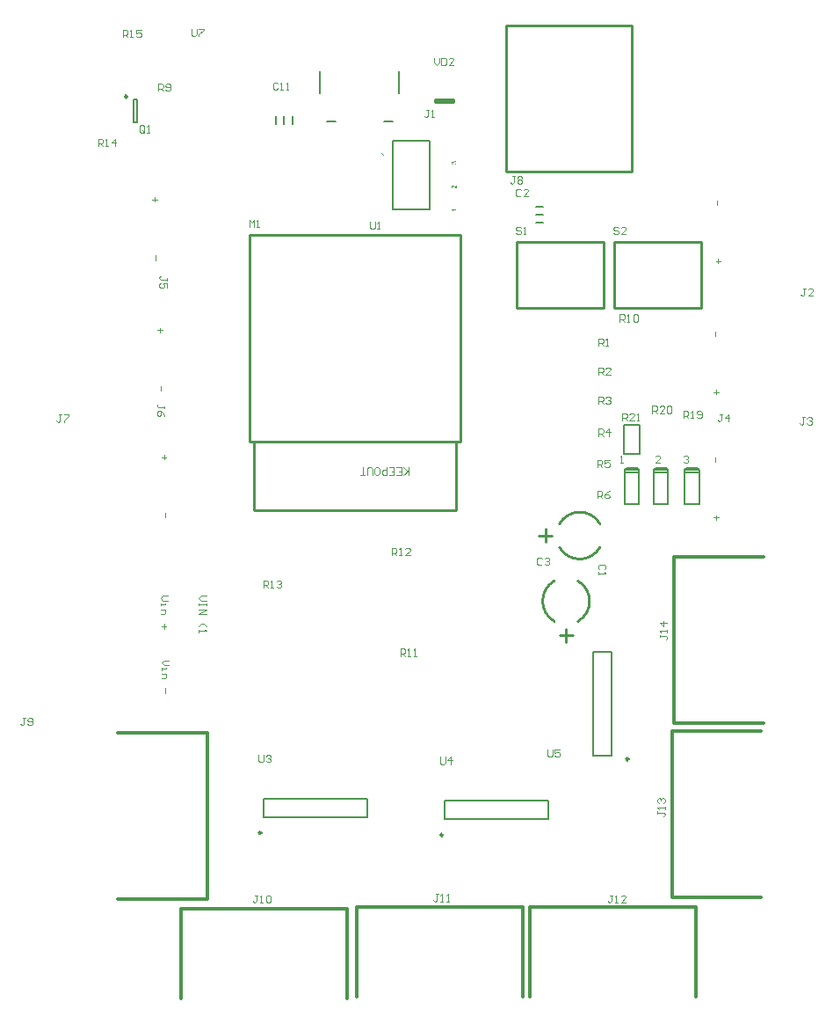
<source format=gto>
G04 Layer_Color=15132400*
%FSLAX24Y24*%
%MOIN*%
G70*
G01*
G75*
%ADD29C,0.0098*%
%ADD31C,0.0100*%
%ADD61C,0.0079*%
%ADD62C,0.0050*%
%ADD63C,0.0080*%
%ADD64C,0.0118*%
%ADD65C,0.0039*%
G36*
X25361Y42109D02*
X25223D01*
X25224Y42109D01*
X25225Y42108D01*
X25226Y42106D01*
X25228Y42104D01*
X25230Y42101D01*
X25233Y42097D01*
X25236Y42093D01*
X25239Y42089D01*
Y42088D01*
X25239Y42088D01*
X25240Y42087D01*
X25241Y42084D01*
X25243Y42081D01*
X25244Y42077D01*
X25246Y42074D01*
X25248Y42070D01*
X25249Y42066D01*
X25229D01*
Y42066D01*
X25228Y42067D01*
X25228Y42068D01*
X25227Y42069D01*
X25226Y42070D01*
X25225Y42072D01*
X25223Y42077D01*
X25220Y42082D01*
X25216Y42087D01*
X25212Y42092D01*
X25208Y42098D01*
X25208Y42098D01*
X25207Y42098D01*
X25207Y42099D01*
X25206Y42100D01*
X25203Y42102D01*
X25200Y42105D01*
X25197Y42108D01*
X25193Y42112D01*
X25189Y42114D01*
X25184Y42117D01*
Y42131D01*
X25361D01*
Y42109D01*
D02*
G37*
G36*
X25365Y42917D02*
X25362D01*
X25360Y42918D01*
X25358Y42918D01*
X25355Y42918D01*
X25353Y42919D01*
X25350Y42920D01*
X25350D01*
X25350Y42920D01*
X25348Y42921D01*
X25346Y42922D01*
X25343Y42923D01*
X25339Y42925D01*
X25335Y42928D01*
X25331Y42931D01*
X25327Y42934D01*
X25326D01*
X25326Y42935D01*
X25325Y42936D01*
X25322Y42938D01*
X25319Y42942D01*
X25315Y42945D01*
X25311Y42950D01*
X25305Y42956D01*
X25300Y42962D01*
X25300Y42963D01*
X25299Y42964D01*
X25298Y42965D01*
X25296Y42967D01*
X25294Y42969D01*
X25292Y42972D01*
X25289Y42975D01*
X25287Y42978D01*
X25280Y42985D01*
X25274Y42991D01*
X25271Y42994D01*
X25268Y42997D01*
X25265Y42999D01*
X25263Y43001D01*
X25262D01*
X25262Y43002D01*
X25261Y43003D01*
X25260Y43003D01*
X25258Y43005D01*
X25254Y43007D01*
X25250Y43009D01*
X25246Y43010D01*
X25241Y43011D01*
X25236Y43012D01*
X25236D01*
X25234Y43012D01*
X25232Y43011D01*
X25229Y43011D01*
X25225Y43010D01*
X25222Y43008D01*
X25218Y43006D01*
X25215Y43003D01*
X25214Y43002D01*
X25213Y43001D01*
X25212Y42999D01*
X25210Y42996D01*
X25209Y42993D01*
X25207Y42988D01*
X25206Y42984D01*
X25206Y42978D01*
Y42978D01*
Y42978D01*
Y42977D01*
X25206Y42976D01*
X25206Y42973D01*
X25207Y42969D01*
X25208Y42965D01*
X25210Y42961D01*
X25212Y42957D01*
X25215Y42953D01*
X25216Y42953D01*
X25217Y42952D01*
X25219Y42950D01*
X25222Y42948D01*
X25226Y42947D01*
X25230Y42945D01*
X25235Y42944D01*
X25241Y42944D01*
X25239Y42921D01*
X25239D01*
X25238Y42922D01*
X25237D01*
X25235Y42922D01*
X25233Y42922D01*
X25230Y42923D01*
X25228Y42924D01*
X25225Y42924D01*
X25219Y42927D01*
X25213Y42930D01*
X25210Y42931D01*
X25207Y42934D01*
X25204Y42936D01*
X25201Y42939D01*
X25201Y42939D01*
X25201Y42939D01*
X25200Y42940D01*
X25199Y42941D01*
X25198Y42943D01*
X25197Y42945D01*
X25196Y42947D01*
X25195Y42949D01*
X25193Y42952D01*
X25192Y42955D01*
X25191Y42958D01*
X25190Y42962D01*
X25189Y42966D01*
X25188Y42970D01*
X25188Y42974D01*
X25188Y42979D01*
Y42979D01*
Y42980D01*
Y42981D01*
X25188Y42983D01*
X25188Y42985D01*
X25189Y42988D01*
X25189Y42991D01*
X25190Y42993D01*
X25191Y43000D01*
X25194Y43007D01*
X25196Y43010D01*
X25197Y43013D01*
X25200Y43016D01*
X25202Y43019D01*
X25202Y43019D01*
X25203Y43020D01*
X25204Y43020D01*
X25205Y43021D01*
X25206Y43023D01*
X25208Y43024D01*
X25210Y43025D01*
X25212Y43027D01*
X25217Y43029D01*
X25223Y43032D01*
X25226Y43033D01*
X25229Y43033D01*
X25233Y43034D01*
X25237Y43034D01*
X25239D01*
X25241Y43034D01*
X25243Y43034D01*
X25247Y43033D01*
X25250Y43032D01*
X25254Y43031D01*
X25258Y43030D01*
X25258Y43029D01*
X25260Y43029D01*
X25262Y43028D01*
X25264Y43026D01*
X25267Y43024D01*
X25271Y43022D01*
X25275Y43019D01*
X25279Y43015D01*
X25280Y43014D01*
X25281Y43013D01*
X25283Y43012D01*
X25284Y43011D01*
X25286Y43009D01*
X25288Y43007D01*
X25290Y43005D01*
X25292Y43003D01*
X25294Y43000D01*
X25297Y42997D01*
X25300Y42994D01*
X25303Y42990D01*
X25307Y42986D01*
X25310Y42982D01*
X25311Y42982D01*
X25311Y42981D01*
X25312Y42980D01*
X25313Y42979D01*
X25314Y42977D01*
X25316Y42975D01*
X25319Y42971D01*
X25323Y42967D01*
X25327Y42963D01*
X25330Y42959D01*
X25331Y42958D01*
X25333Y42957D01*
X25333Y42956D01*
X25334Y42956D01*
X25335Y42955D01*
X25336Y42953D01*
X25338Y42952D01*
X25340Y42950D01*
X25344Y42947D01*
Y43034D01*
X25365D01*
Y42917D01*
D02*
G37*
G36*
X22619Y44274D02*
X22661D01*
Y44252D01*
X22619D01*
Y44175D01*
X22599D01*
X22485Y44256D01*
Y44274D01*
X22599D01*
Y44298D01*
X22619D01*
Y44274D01*
D02*
G37*
G36*
X25313Y43950D02*
X25315Y43950D01*
X25318Y43950D01*
X25320Y43949D01*
X25323Y43949D01*
X25329Y43947D01*
X25332Y43945D01*
X25335Y43944D01*
X25339Y43942D01*
X25342Y43939D01*
X25345Y43937D01*
X25348Y43934D01*
X25349Y43933D01*
X25349Y43933D01*
X25350Y43932D01*
X25351Y43931D01*
X25352Y43929D01*
X25354Y43927D01*
X25355Y43925D01*
X25356Y43922D01*
X25358Y43919D01*
X25359Y43916D01*
X25361Y43912D01*
X25362Y43909D01*
X25363Y43905D01*
X25364Y43900D01*
X25364Y43896D01*
X25364Y43891D01*
Y43891D01*
Y43890D01*
Y43889D01*
X25364Y43887D01*
X25364Y43885D01*
X25364Y43883D01*
X25363Y43880D01*
X25363Y43878D01*
X25361Y43871D01*
X25359Y43865D01*
X25357Y43862D01*
X25355Y43859D01*
X25353Y43856D01*
X25351Y43853D01*
X25350Y43852D01*
X25350Y43852D01*
X25349Y43851D01*
X25348Y43850D01*
X25347Y43849D01*
X25345Y43848D01*
X25343Y43846D01*
X25341Y43845D01*
X25338Y43843D01*
X25336Y43842D01*
X25330Y43839D01*
X25323Y43836D01*
X25319Y43836D01*
X25315Y43835D01*
X25312Y43857D01*
X25312D01*
X25313Y43857D01*
X25314Y43857D01*
X25315Y43858D01*
X25317Y43858D01*
X25318Y43858D01*
X25322Y43860D01*
X25327Y43861D01*
X25331Y43864D01*
X25335Y43866D01*
X25339Y43869D01*
X25339Y43870D01*
X25340Y43871D01*
X25341Y43873D01*
X25343Y43875D01*
X25344Y43879D01*
X25345Y43882D01*
X25346Y43887D01*
X25347Y43891D01*
Y43892D01*
Y43892D01*
Y43893D01*
X25346Y43894D01*
X25346Y43897D01*
X25345Y43900D01*
X25344Y43904D01*
X25342Y43909D01*
X25340Y43913D01*
X25336Y43917D01*
X25336Y43918D01*
X25334Y43919D01*
X25332Y43920D01*
X25329Y43922D01*
X25325Y43924D01*
X25321Y43926D01*
X25316Y43927D01*
X25310Y43928D01*
X25308D01*
X25307Y43928D01*
X25305Y43927D01*
X25301Y43926D01*
X25297Y43925D01*
X25293Y43924D01*
X25289Y43921D01*
X25285Y43918D01*
X25285Y43917D01*
X25284Y43916D01*
X25282Y43914D01*
X25280Y43911D01*
X25279Y43908D01*
X25277Y43903D01*
X25276Y43898D01*
X25275Y43893D01*
Y43893D01*
Y43892D01*
Y43891D01*
X25276Y43889D01*
X25276Y43887D01*
X25277Y43884D01*
X25277Y43881D01*
X25278Y43878D01*
X25259Y43880D01*
Y43881D01*
Y43882D01*
X25259Y43883D01*
Y43884D01*
Y43884D01*
Y43884D01*
Y43885D01*
Y43886D01*
X25258Y43889D01*
X25258Y43892D01*
X25257Y43896D01*
X25256Y43900D01*
X25254Y43904D01*
X25252Y43909D01*
Y43909D01*
X25252Y43909D01*
X25250Y43910D01*
X25249Y43912D01*
X25246Y43914D01*
X25243Y43916D01*
X25239Y43918D01*
X25235Y43919D01*
X25232Y43920D01*
X25228D01*
X25226Y43919D01*
X25223Y43919D01*
X25220Y43918D01*
X25216Y43917D01*
X25213Y43914D01*
X25210Y43912D01*
X25210Y43911D01*
X25209Y43910D01*
X25207Y43908D01*
X25206Y43906D01*
X25205Y43903D01*
X25203Y43899D01*
X25202Y43895D01*
X25202Y43891D01*
Y43891D01*
Y43890D01*
Y43889D01*
X25203Y43886D01*
X25203Y43883D01*
X25204Y43880D01*
X25205Y43877D01*
X25207Y43873D01*
X25210Y43870D01*
X25210Y43870D01*
X25211Y43869D01*
X25213Y43867D01*
X25216Y43865D01*
X25219Y43864D01*
X25223Y43862D01*
X25228Y43860D01*
X25234Y43859D01*
X25230Y43837D01*
X25230D01*
X25229Y43838D01*
X25228Y43838D01*
X25226Y43838D01*
X25224Y43839D01*
X25222Y43840D01*
X25218Y43841D01*
X25212Y43844D01*
X25206Y43847D01*
X25201Y43850D01*
X25196Y43855D01*
X25196Y43856D01*
X25196Y43856D01*
X25195Y43857D01*
X25194Y43858D01*
X25193Y43859D01*
X25192Y43861D01*
X25191Y43863D01*
X25190Y43865D01*
X25188Y43870D01*
X25186Y43876D01*
X25185Y43883D01*
X25184Y43886D01*
Y43890D01*
Y43891D01*
Y43891D01*
Y43892D01*
Y43893D01*
X25184Y43896D01*
X25185Y43899D01*
X25186Y43903D01*
X25187Y43908D01*
X25189Y43912D01*
X25191Y43917D01*
Y43917D01*
X25191Y43917D01*
X25192Y43919D01*
X25193Y43921D01*
X25195Y43924D01*
X25197Y43927D01*
X25200Y43930D01*
X25204Y43933D01*
X25207Y43935D01*
X25208Y43936D01*
X25209Y43936D01*
X25211Y43937D01*
X25214Y43939D01*
X25218Y43940D01*
X25221Y43941D01*
X25226Y43942D01*
X25230Y43942D01*
X25232D01*
X25234Y43942D01*
X25237Y43941D01*
X25240Y43941D01*
X25244Y43939D01*
X25247Y43938D01*
X25251Y43936D01*
X25252Y43935D01*
X25253Y43935D01*
X25254Y43933D01*
X25256Y43931D01*
X25259Y43929D01*
X25261Y43925D01*
X25264Y43922D01*
X25266Y43918D01*
Y43918D01*
X25266Y43918D01*
X25266Y43919D01*
X25267Y43920D01*
X25268Y43923D01*
X25269Y43926D01*
X25271Y43931D01*
X25274Y43935D01*
X25277Y43938D01*
X25281Y43942D01*
X25281Y43942D01*
X25283Y43943D01*
X25285Y43945D01*
X25289Y43946D01*
X25293Y43948D01*
X25298Y43949D01*
X25303Y43950D01*
X25309Y43951D01*
X25312D01*
X25313Y43950D01*
D02*
G37*
%LPC*%
G36*
X22599Y44252D02*
X22520D01*
X22599Y44196D01*
Y44252D01*
D02*
G37*
%LPD*%
D29*
X31900Y21301D02*
G03*
X31900Y21301I-49J0D01*
G01*
X24854Y18425D02*
G03*
X24854Y18425I-49J0D01*
G01*
X17965Y18504D02*
G03*
X17965Y18504I-49J0D01*
G01*
X12876Y46398D02*
G03*
X12876Y46398I-49J0D01*
G01*
D31*
X29970Y26516D02*
G03*
X29970Y28051I-443J767D01*
G01*
X29077Y28053D02*
G03*
X29077Y26519I443J-767D01*
G01*
X29272Y29321D02*
G03*
X30807Y29321I767J443D01*
G01*
X30809Y30215D02*
G03*
X29275Y30215I-767J-443D01*
G01*
X24532Y46196D02*
Y46296D01*
X25232D01*
Y46196D02*
Y46296D01*
X24532Y46196D02*
X25232D01*
X34642Y38403D02*
Y40896D01*
X31342Y38403D02*
Y40896D01*
Y38403D02*
X34642D01*
X31342Y40896D02*
X34642D01*
X30941Y38403D02*
Y40896D01*
X27641Y38403D02*
Y40896D01*
Y38403D02*
X30941D01*
X27641Y40896D02*
X30941D01*
X17669Y30733D02*
X23771D01*
X17669D02*
Y33332D01*
X23771Y30733D02*
X25356D01*
X17519Y41156D02*
X25506D01*
X17519Y33322D02*
Y41156D01*
X25506Y33322D02*
Y41156D01*
X17669Y33332D02*
X25356D01*
Y30733D02*
Y33332D01*
X25366Y33322D02*
X25506D01*
X17519D02*
X17659D01*
X27264Y43557D02*
Y49089D01*
X32024Y43557D02*
Y49089D01*
X27264Y43557D02*
X32024D01*
X27264Y49089D02*
X32024D01*
X29278Y25983D02*
X29778D01*
X29528Y25733D02*
Y26233D01*
X28739Y29514D02*
Y30014D01*
X28489Y29764D02*
X28989D01*
D61*
X18504Y45374D02*
Y45650D01*
X19134Y45374D02*
Y45650D01*
X18819Y45374D02*
Y45650D01*
X34016Y32250D02*
X34566D01*
X34491Y32325D02*
X34566Y32250D01*
X34091Y32325D02*
X34491D01*
X34016Y32249D02*
X34091Y32325D01*
X34491D02*
X34567Y32249D01*
Y31950D02*
Y32249D01*
X34016Y32175D02*
X34567D01*
X34016Y32000D02*
Y32249D01*
Y30975D02*
Y32000D01*
Y30975D02*
X34567D01*
Y31950D01*
X32835Y32250D02*
X33385D01*
X33310Y32325D02*
X33385Y32250D01*
X32910Y32325D02*
X33310D01*
X32835Y32249D02*
X32910Y32325D01*
X33310D02*
X33386Y32249D01*
Y31950D02*
Y32249D01*
X32835Y32175D02*
X33386D01*
X32835Y32000D02*
Y32249D01*
Y30975D02*
Y32000D01*
Y30975D02*
X33386D01*
Y31950D01*
X31733Y32250D02*
X32283D01*
X32208Y32325D02*
X32283Y32250D01*
X31808Y32325D02*
X32208D01*
X31732Y32249D02*
X31808Y32325D01*
X32208D02*
X32283Y32249D01*
Y31950D02*
Y32249D01*
X31732Y32175D02*
X32283D01*
X31732Y32000D02*
Y32249D01*
Y30975D02*
Y32000D01*
Y30975D02*
X32283D01*
Y31950D01*
X31260Y21417D02*
Y25354D01*
X30551Y21417D02*
Y25354D01*
Y21417D02*
X31260D01*
X30551Y25354D02*
X31260D01*
X24921Y19016D02*
X28858D01*
X24921Y19724D02*
X28858D01*
X24921Y19016D02*
Y19724D01*
X28858Y19016D02*
Y19724D01*
X18032Y19094D02*
X21969D01*
X18032Y19803D02*
X21969D01*
X18032Y19094D02*
Y19803D01*
X21969Y19094D02*
Y19803D01*
X28366Y42244D02*
X28642D01*
X28366Y41614D02*
X28642D01*
X28366Y41929D02*
X28642D01*
X13114Y46299D02*
X13264D01*
X13114Y45433D02*
X13264D01*
X13114D02*
Y46299D01*
X13264Y45433D02*
Y46299D01*
D62*
X32308Y32875D02*
Y33975D01*
X31708Y32875D02*
X32308D01*
X31708D02*
Y33975D01*
X32308D01*
D63*
X22961Y44715D02*
X24361D01*
Y42135D02*
Y44715D01*
X22961Y42135D02*
X24361D01*
X22961D02*
Y44715D01*
X20197Y46535D02*
Y47362D01*
X20433Y45472D02*
X20787D01*
X22598D02*
X22953D01*
X23189Y46535D02*
Y47362D01*
D64*
X33612Y22677D02*
X36811D01*
X37008D01*
X33612Y28976D02*
X37008D01*
X33612Y22677D02*
Y28976D01*
X33533Y16063D02*
X36732D01*
X36929D01*
X33533Y22362D02*
X36929D01*
X33533Y16063D02*
Y22362D01*
X28150Y12480D02*
Y15679D01*
Y12283D02*
Y12480D01*
X34449Y12283D02*
Y15679D01*
X28150D02*
X34449D01*
X21575Y12480D02*
Y15679D01*
Y12283D02*
Y12480D01*
X27874Y12283D02*
Y15679D01*
X21575D02*
X27874D01*
X14921Y12441D02*
Y15640D01*
Y12244D02*
Y12441D01*
X21220Y12244D02*
Y15640D01*
X14921D02*
X21220D01*
X12717Y22283D02*
X15915D01*
X12520D02*
X12717D01*
X12520Y15984D02*
X15915D01*
Y22283D01*
D65*
X18582Y46895D02*
X18536Y46941D01*
X18444D01*
X18398Y46895D01*
Y46712D01*
X18444Y46666D01*
X18536D01*
X18582Y46712D01*
X18674Y46666D02*
X18765D01*
X18720D01*
Y46941D01*
X18674Y46895D01*
X18903Y46666D02*
X18995D01*
X18949D01*
Y46941D01*
X18903Y46895D01*
X23237Y25209D02*
Y25484D01*
X23375D01*
X23421Y25438D01*
Y25347D01*
X23375Y25301D01*
X23237D01*
X23329D02*
X23421Y25209D01*
X23513D02*
X23605D01*
X23559D01*
Y25484D01*
X23513Y25438D01*
X23743Y25209D02*
X23834D01*
X23788D01*
Y25484D01*
X23743Y25438D01*
X31654Y34134D02*
Y34409D01*
X31791D01*
X31837Y34363D01*
Y34272D01*
X31791Y34226D01*
X31654D01*
X31745D02*
X31837Y34134D01*
X32113D02*
X31929D01*
X32113Y34318D01*
Y34363D01*
X32067Y34409D01*
X31975D01*
X31929Y34363D01*
X32205Y34134D02*
X32296D01*
X32250D01*
Y34409D01*
X32205Y34363D01*
X32795Y34409D02*
Y34685D01*
X32933D01*
X32979Y34639D01*
Y34547D01*
X32933Y34501D01*
X32795D01*
X32887D02*
X32979Y34409D01*
X33254D02*
X33071D01*
X33254Y34593D01*
Y34639D01*
X33209Y34685D01*
X33117D01*
X33071Y34639D01*
X33346D02*
X33392Y34685D01*
X33484D01*
X33530Y34639D01*
Y34455D01*
X33484Y34409D01*
X33392D01*
X33346Y34455D01*
Y34639D01*
X33976Y34213D02*
Y34488D01*
X34114D01*
X34160Y34442D01*
Y34350D01*
X34114Y34304D01*
X33976D01*
X34068D02*
X34160Y34213D01*
X34252D02*
X34344D01*
X34298D01*
Y34488D01*
X34252Y34442D01*
X34481Y34259D02*
X34527Y34213D01*
X34619D01*
X34665Y34259D01*
Y34442D01*
X34619Y34488D01*
X34527D01*
X34481Y34442D01*
Y34396D01*
X34527Y34350D01*
X34665D01*
X33976Y32749D02*
X34022Y32795D01*
X34114D01*
X34160Y32749D01*
Y32703D01*
X34114Y32657D01*
X34068D01*
X34114D01*
X34160Y32612D01*
Y32566D01*
X34114Y32520D01*
X34022D01*
X33976Y32566D01*
X33097Y32520D02*
X32913D01*
X33097Y32703D01*
Y32749D01*
X33051Y32795D01*
X32959D01*
X32913Y32749D01*
X31575Y32520D02*
X31667D01*
X31621D01*
Y32795D01*
X31575Y32749D01*
X15315Y48976D02*
Y48747D01*
X15361Y48701D01*
X15453D01*
X15499Y48747D01*
Y48976D01*
X15590D02*
X15774D01*
Y48930D01*
X15590Y48747D01*
Y48701D01*
X24520Y47875D02*
Y47692D01*
X24612Y47600D01*
X24704Y47692D01*
Y47875D01*
X24795D02*
Y47600D01*
X24933D01*
X24979Y47646D01*
Y47830D01*
X24933Y47875D01*
X24795D01*
X25255Y47600D02*
X25071D01*
X25255Y47784D01*
Y47830D01*
X25209Y47875D01*
X25117D01*
X25071Y47830D01*
X28819Y21653D02*
Y21424D01*
X28865Y21378D01*
X28957D01*
X29003Y21424D01*
Y21653D01*
X29278D02*
X29094D01*
Y21516D01*
X29186Y21562D01*
X29232D01*
X29278Y21516D01*
Y21424D01*
X29232Y21378D01*
X29140D01*
X29094Y21424D01*
X24750Y21386D02*
Y21156D01*
X24796Y21110D01*
X24888D01*
X24934Y21156D01*
Y21386D01*
X25163Y21110D02*
Y21386D01*
X25025Y21248D01*
X25209D01*
X17860Y21456D02*
Y21226D01*
X17906Y21180D01*
X17998D01*
X18044Y21226D01*
Y21456D01*
X18135Y21410D02*
X18181Y21456D01*
X18273D01*
X18319Y21410D01*
Y21364D01*
X18273Y21318D01*
X18227D01*
X18273D01*
X18319Y21272D01*
Y21226D01*
X18273Y21180D01*
X18181D01*
X18135Y21226D01*
X22087Y41653D02*
Y41424D01*
X22133Y41378D01*
X22224D01*
X22270Y41424D01*
Y41653D01*
X22362Y41378D02*
X22454D01*
X22408D01*
Y41653D01*
X22362Y41608D01*
X31514Y41420D02*
X31468Y41466D01*
X31376D01*
X31330Y41420D01*
Y41374D01*
X31376Y41328D01*
X31468D01*
X31514Y41282D01*
Y41236D01*
X31468Y41190D01*
X31376D01*
X31330Y41236D01*
X31789Y41190D02*
X31606D01*
X31789Y41374D01*
Y41420D01*
X31743Y41466D01*
X31651D01*
X31606Y41420D01*
X27814D02*
X27768Y41466D01*
X27676D01*
X27630Y41420D01*
Y41374D01*
X27676Y41328D01*
X27768D01*
X27814Y41282D01*
Y41236D01*
X27768Y41190D01*
X27676D01*
X27630Y41236D01*
X27905Y41190D02*
X27997D01*
X27951D01*
Y41466D01*
X27905Y41420D01*
X22913Y29016D02*
Y29291D01*
X23051D01*
X23097Y29245D01*
Y29153D01*
X23051Y29108D01*
X22913D01*
X23005D02*
X23097Y29016D01*
X23189D02*
X23281D01*
X23235D01*
Y29291D01*
X23189Y29245D01*
X23602Y29016D02*
X23418D01*
X23602Y29199D01*
Y29245D01*
X23556Y29291D01*
X23464D01*
X23418Y29245D01*
X31560Y37870D02*
Y38145D01*
X31698D01*
X31744Y38100D01*
Y38008D01*
X31698Y37962D01*
X31560D01*
X31652D02*
X31744Y37870D01*
X31835D02*
X31927D01*
X31881D01*
Y38145D01*
X31835Y38100D01*
X32065D02*
X32111Y38145D01*
X32203D01*
X32249Y38100D01*
Y37916D01*
X32203Y37870D01*
X32111D01*
X32065Y37916D01*
Y38100D01*
X30709Y31181D02*
Y31457D01*
X30846D01*
X30892Y31411D01*
Y31319D01*
X30846Y31273D01*
X30709D01*
X30800D02*
X30892Y31181D01*
X31168Y31457D02*
X31076Y31411D01*
X30984Y31319D01*
Y31227D01*
X31030Y31181D01*
X31122D01*
X31168Y31227D01*
Y31273D01*
X31122Y31319D01*
X30984D01*
X30709Y32362D02*
Y32638D01*
X30846D01*
X30892Y32592D01*
Y32500D01*
X30846Y32454D01*
X30709D01*
X30800D02*
X30892Y32362D01*
X31168Y32638D02*
X30984D01*
Y32500D01*
X31076Y32546D01*
X31122D01*
X31168Y32500D01*
Y32408D01*
X31122Y32362D01*
X31030D01*
X30984Y32408D01*
X30748Y33543D02*
Y33819D01*
X30886D01*
X30932Y33773D01*
Y33681D01*
X30886Y33635D01*
X30748D01*
X30840D02*
X30932Y33543D01*
X31161D02*
Y33819D01*
X31024Y33681D01*
X31207D01*
X30748Y34764D02*
Y35039D01*
X30886D01*
X30932Y34993D01*
Y34902D01*
X30886Y34856D01*
X30748D01*
X30840D02*
X30932Y34764D01*
X31024Y34993D02*
X31069Y35039D01*
X31161D01*
X31207Y34993D01*
Y34947D01*
X31161Y34902D01*
X31115D01*
X31161D01*
X31207Y34856D01*
Y34810D01*
X31161Y34764D01*
X31069D01*
X31024Y34810D01*
X30748Y35866D02*
Y36142D01*
X30886D01*
X30932Y36096D01*
Y36004D01*
X30886Y35958D01*
X30748D01*
X30840D02*
X30932Y35866D01*
X31207D02*
X31024D01*
X31207Y36050D01*
Y36096D01*
X31161Y36142D01*
X31069D01*
X31024Y36096D01*
X30748Y36969D02*
Y37244D01*
X30886D01*
X30932Y37198D01*
Y37106D01*
X30886Y37060D01*
X30748D01*
X30840D02*
X30932Y36969D01*
X31024D02*
X31115D01*
X31069D01*
Y37244D01*
X31024Y37198D01*
X17510Y41450D02*
Y41726D01*
X17602Y41634D01*
X17694Y41726D01*
Y41450D01*
X17786D02*
X17877D01*
X17831D01*
Y41726D01*
X17786Y41680D01*
X23545Y32072D02*
Y32347D01*
Y32255D01*
X23361Y32072D01*
X23499Y32209D01*
X23361Y32347D01*
X23086Y32072D02*
X23269D01*
Y32347D01*
X23086D01*
X23269Y32209D02*
X23178D01*
X22810Y32072D02*
X22994D01*
Y32347D01*
X22810D01*
X22994Y32209D02*
X22902D01*
X22718Y32347D02*
Y32072D01*
X22581D01*
X22535Y32118D01*
Y32209D01*
X22581Y32255D01*
X22718D01*
X22305Y32072D02*
X22397D01*
X22443Y32118D01*
Y32301D01*
X22397Y32347D01*
X22305D01*
X22259Y32301D01*
Y32118D01*
X22305Y32072D01*
X22167D02*
Y32301D01*
X22121Y32347D01*
X22030D01*
X21984Y32301D01*
Y32072D01*
X21892D02*
X21708D01*
X21800D01*
Y32347D01*
X24318Y45905D02*
X24226D01*
X24272D01*
Y45676D01*
X24226Y45630D01*
X24180D01*
X24134Y45676D01*
X24409Y45630D02*
X24501D01*
X24455D01*
Y45905D01*
X24409Y45860D01*
X27585Y43386D02*
X27493D01*
X27539D01*
Y43156D01*
X27493Y43110D01*
X27447D01*
X27402Y43156D01*
X27677Y43340D02*
X27723Y43386D01*
X27815D01*
X27861Y43340D01*
Y43294D01*
X27815Y43248D01*
X27861Y43202D01*
Y43156D01*
X27815Y43110D01*
X27723D01*
X27677Y43156D01*
Y43202D01*
X27723Y43248D01*
X27677Y43294D01*
Y43340D01*
X27723Y43248D02*
X27815D01*
X10374Y34346D02*
X10282D01*
X10328D01*
Y34116D01*
X10282Y34070D01*
X10236D01*
X10190Y34116D01*
X10466Y34346D02*
X10649D01*
Y34300D01*
X10466Y34116D01*
Y34070D01*
X14291Y34580D02*
Y34672D01*
Y34626D01*
X14062D01*
X14016Y34672D01*
Y34718D01*
X14062Y34764D01*
X14291Y34305D02*
X14245Y34396D01*
X14153Y34488D01*
X14062D01*
X14016Y34442D01*
Y34351D01*
X14062Y34305D01*
X14108D01*
X14153Y34351D01*
Y34488D01*
X14370Y39423D02*
Y39514D01*
Y39469D01*
X14140D01*
X14094Y39514D01*
Y39560D01*
X14140Y39606D01*
X14370Y39147D02*
Y39331D01*
X14232D01*
X14278Y39239D01*
Y39193D01*
X14232Y39147D01*
X14140D01*
X14094Y39193D01*
Y39285D01*
X14140Y39331D01*
X35454Y34376D02*
X35362D01*
X35408D01*
Y34146D01*
X35362Y34100D01*
X35316D01*
X35270Y34146D01*
X35683Y34100D02*
Y34376D01*
X35545Y34238D01*
X35729D01*
X38570Y34252D02*
X38478D01*
X38524D01*
Y34022D01*
X38478Y33976D01*
X38432D01*
X38386Y34022D01*
X38661Y34206D02*
X38707Y34252D01*
X38799D01*
X38845Y34206D01*
Y34160D01*
X38799Y34114D01*
X38753D01*
X38799D01*
X38845Y34068D01*
Y34022D01*
X38799Y33976D01*
X38707D01*
X38661Y34022D01*
X38609Y39134D02*
X38517D01*
X38563D01*
Y38904D01*
X38517Y38858D01*
X38471D01*
X38425Y38904D01*
X38884Y38858D02*
X38701D01*
X38884Y39042D01*
Y39088D01*
X38838Y39134D01*
X38747D01*
X38701Y39088D01*
X33071Y26010D02*
Y25919D01*
Y25965D01*
X33301D01*
X33346Y25919D01*
Y25873D01*
X33301Y25827D01*
X33346Y26102D02*
Y26194D01*
Y26148D01*
X33071D01*
X33117Y26102D01*
X33346Y26470D02*
X33071D01*
X33209Y26332D01*
Y26516D01*
X32992Y19318D02*
Y19226D01*
Y19272D01*
X33222D01*
X33268Y19226D01*
Y19180D01*
X33222Y19134D01*
X33268Y19409D02*
Y19501D01*
Y19455D01*
X32992D01*
X33038Y19409D01*
Y19639D02*
X32992Y19685D01*
Y19777D01*
X33038Y19823D01*
X33084D01*
X33130Y19777D01*
Y19731D01*
Y19777D01*
X33176Y19823D01*
X33222D01*
X33268Y19777D01*
Y19685D01*
X33222Y19639D01*
X31286Y16142D02*
X31194D01*
X31240D01*
Y15912D01*
X31194Y15866D01*
X31148D01*
X31102Y15912D01*
X31378Y15866D02*
X31470D01*
X31424D01*
Y16142D01*
X31378Y16096D01*
X31791Y15866D02*
X31607D01*
X31791Y16050D01*
Y16096D01*
X31745Y16142D01*
X31653D01*
X31607Y16096D01*
X24672Y16181D02*
X24580D01*
X24626D01*
Y15951D01*
X24580Y15906D01*
X24534D01*
X24488Y15951D01*
X24764Y15906D02*
X24856D01*
X24810D01*
Y16181D01*
X24764Y16135D01*
X24993Y15906D02*
X25085D01*
X25039D01*
Y16181D01*
X24993Y16135D01*
X17821Y16142D02*
X17730D01*
X17776D01*
Y15912D01*
X17730Y15866D01*
X17684D01*
X17638Y15912D01*
X17913Y15866D02*
X18005D01*
X17959D01*
Y16142D01*
X17913Y16096D01*
X18143D02*
X18189Y16142D01*
X18281D01*
X18327Y16096D01*
Y15912D01*
X18281Y15866D01*
X18189D01*
X18143Y15912D01*
Y16096D01*
X9004Y22856D02*
X8912D01*
X8958D01*
Y22626D01*
X8912Y22580D01*
X8866D01*
X8820Y22626D01*
X9096D02*
X9141Y22580D01*
X9233D01*
X9279Y22626D01*
Y22810D01*
X9233Y22856D01*
X9141D01*
X9096Y22810D01*
Y22764D01*
X9141Y22718D01*
X9279D01*
X27814Y42860D02*
X27768Y42906D01*
X27676D01*
X27630Y42860D01*
Y42676D01*
X27676Y42630D01*
X27768D01*
X27814Y42676D01*
X28089Y42630D02*
X27905D01*
X28089Y42814D01*
Y42860D01*
X28043Y42906D01*
X27951D01*
X27905Y42860D01*
X28614Y28890D02*
X28568Y28935D01*
X28476D01*
X28430Y28890D01*
Y28706D01*
X28476Y28660D01*
X28568D01*
X28614Y28706D01*
X28705Y28890D02*
X28751Y28935D01*
X28843D01*
X28889Y28890D01*
Y28844D01*
X28843Y28798D01*
X28797D01*
X28843D01*
X28889Y28752D01*
Y28706D01*
X28843Y28660D01*
X28751D01*
X28705Y28706D01*
X30978Y28478D02*
X31024Y28524D01*
Y28616D01*
X30978Y28661D01*
X30794D01*
X30748Y28616D01*
Y28524D01*
X30794Y28478D01*
X30748Y28386D02*
Y28294D01*
Y28340D01*
X31024D01*
X30978Y28386D01*
X15866Y27480D02*
X15682D01*
X15591Y27388D01*
X15682Y27297D01*
X15866D01*
Y27205D02*
Y27113D01*
Y27159D01*
X15591D01*
Y27205D01*
Y27113D01*
Y26975D02*
X15866D01*
X15591Y26792D01*
X15866D01*
X15591Y26332D02*
X15682Y26424D01*
X15774D01*
X15866Y26332D01*
X15591Y26195D02*
Y26103D01*
Y26149D01*
X15866D01*
X15820Y26195D01*
X13530Y45085D02*
Y45269D01*
X13484Y45315D01*
X13392D01*
X13346Y45269D01*
Y45085D01*
X13392Y45039D01*
X13484D01*
X13438Y45131D02*
X13530Y45039D01*
X13484D02*
X13530Y45085D01*
X13622Y45039D02*
X13714D01*
X13668D01*
Y45315D01*
X13622Y45269D01*
X14055Y46614D02*
Y46890D01*
X14193D01*
X14239Y46844D01*
Y46752D01*
X14193Y46706D01*
X14055D01*
X14147D02*
X14239Y46614D01*
X14331Y46660D02*
X14377Y46614D01*
X14468D01*
X14514Y46660D01*
Y46844D01*
X14468Y46890D01*
X14377D01*
X14331Y46844D01*
Y46798D01*
X14377Y46752D01*
X14514D01*
X18032Y27795D02*
Y28071D01*
X18169D01*
X18215Y28025D01*
Y27933D01*
X18169Y27887D01*
X18032D01*
X18123D02*
X18215Y27795D01*
X18307D02*
X18399D01*
X18353D01*
Y28071D01*
X18307Y28025D01*
X18537D02*
X18583Y28071D01*
X18674D01*
X18720Y28025D01*
Y27979D01*
X18674Y27933D01*
X18628D01*
X18674D01*
X18720Y27887D01*
Y27841D01*
X18674Y27795D01*
X18583D01*
X18537Y27841D01*
X11772Y44528D02*
Y44803D01*
X11909D01*
X11955Y44757D01*
Y44665D01*
X11909Y44619D01*
X11772D01*
X11863D02*
X11955Y44528D01*
X12047D02*
X12139D01*
X12093D01*
Y44803D01*
X12047Y44757D01*
X12414Y44528D02*
Y44803D01*
X12277Y44665D01*
X12460D01*
X12710Y48650D02*
Y48925D01*
X12848D01*
X12894Y48880D01*
Y48788D01*
X12848Y48742D01*
X12710D01*
X12802D02*
X12894Y48650D01*
X12986D02*
X13077D01*
X13031D01*
Y48925D01*
X12986Y48880D01*
X13399Y48925D02*
X13215D01*
Y48788D01*
X13307Y48834D01*
X13353D01*
X13399Y48788D01*
Y48696D01*
X13353Y48650D01*
X13261D01*
X13215Y48696D01*
X14409Y27480D02*
X14226D01*
X14134Y27388D01*
X14226Y27297D01*
X14409D01*
X14134Y27205D02*
Y27113D01*
Y27159D01*
X14318D01*
Y27205D01*
X14134Y26975D02*
X14318D01*
Y26837D01*
X14272Y26792D01*
X14134D01*
X14272Y26424D02*
Y26241D01*
X14363Y26332D02*
X14180D01*
X14449Y25039D02*
X14265D01*
X14173Y24948D01*
X14265Y24856D01*
X14449D01*
X14173Y24764D02*
Y24672D01*
Y24718D01*
X14357D01*
Y24764D01*
X14173Y24534D02*
X14357D01*
Y24397D01*
X14311Y24351D01*
X14173D01*
X14311Y23983D02*
Y23800D01*
Y30630D02*
Y30446D01*
X14272Y32835D02*
Y32651D01*
X14363Y32743D02*
X14180D01*
X14114Y37638D02*
Y37454D01*
X14206Y37546D02*
X14022D01*
X14153Y35433D02*
Y35249D01*
X13917Y42598D02*
Y42415D01*
X14009Y42507D02*
X13825D01*
X13957Y40394D02*
Y40210D01*
X35295Y40079D02*
Y40262D01*
X35203Y40171D02*
X35387D01*
X35256Y42283D02*
Y42467D01*
X35217Y35118D02*
Y35302D01*
X35125Y35210D02*
X35308D01*
X35177Y37323D02*
Y37506D01*
X35217Y30354D02*
Y30538D01*
X35125Y30446D02*
X35308D01*
X35177Y32559D02*
Y32743D01*
M02*

</source>
